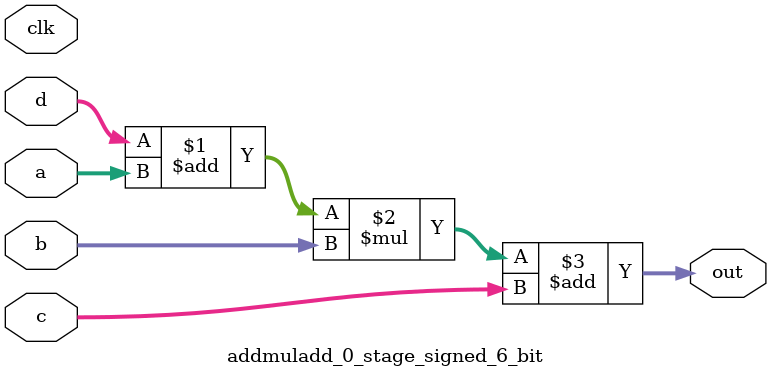
<source format=sv>
(* use_dsp = "yes" *) module addmuladd_0_stage_signed_6_bit(
	input signed [5:0] a,
	input signed [5:0] b,
	input signed [5:0] c,
	input signed [5:0] d,
	output [5:0] out,
	input clk);

	assign out = ((d + a) * b) + c;
endmodule

</source>
